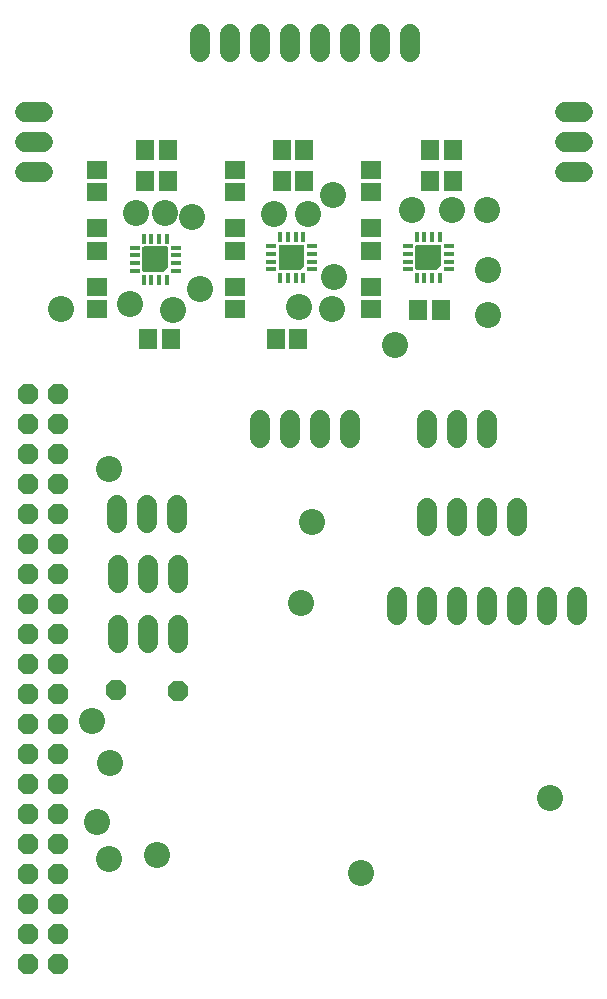
<source format=gbr>
G04 EAGLE Gerber RS-274X export*
G75*
%MOMM*%
%FSLAX34Y34*%
%LPD*%
%INSoldermask Bottom*%
%IPPOS*%
%AMOC8*
5,1,8,0,0,1.08239X$1,22.5*%
G01*
%ADD10R,1.703200X1.503200*%
%ADD11R,1.503200X1.703200*%
%ADD12R,0.400000X0.850000*%
%ADD13R,0.850000X0.400000*%
%ADD14P,1.869504X8X112.500000*%
%ADD15C,1.727200*%
%ADD16P,1.869504X8X22.500000*%
%ADD17C,2.203959*%

G36*
X386178Y628028D02*
X386178Y628028D01*
X386277Y628031D01*
X386335Y628048D01*
X386396Y628056D01*
X386488Y628092D01*
X386583Y628120D01*
X386635Y628150D01*
X386691Y628173D01*
X386771Y628231D01*
X386857Y628281D01*
X386932Y628347D01*
X386949Y628359D01*
X386956Y628369D01*
X386978Y628388D01*
X390153Y631563D01*
X390213Y631641D01*
X390281Y631713D01*
X390310Y631766D01*
X390347Y631814D01*
X390387Y631905D01*
X390435Y631991D01*
X390450Y632050D01*
X390474Y632106D01*
X390489Y632204D01*
X390514Y632299D01*
X390520Y632399D01*
X390524Y632420D01*
X390522Y632432D01*
X390524Y632460D01*
X390524Y648335D01*
X390509Y648453D01*
X390502Y648572D01*
X390489Y648610D01*
X390484Y648651D01*
X390441Y648761D01*
X390404Y648874D01*
X390382Y648909D01*
X390367Y648946D01*
X390298Y649042D01*
X390234Y649143D01*
X390204Y649171D01*
X390181Y649204D01*
X390089Y649280D01*
X390002Y649361D01*
X389967Y649381D01*
X389936Y649406D01*
X389828Y649457D01*
X389724Y649515D01*
X389684Y649525D01*
X389648Y649542D01*
X389531Y649564D01*
X389416Y649594D01*
X389356Y649598D01*
X389336Y649602D01*
X389315Y649600D01*
X389255Y649604D01*
X370205Y649604D01*
X370087Y649589D01*
X369968Y649582D01*
X369930Y649569D01*
X369889Y649564D01*
X369779Y649521D01*
X369666Y649484D01*
X369631Y649462D01*
X369594Y649447D01*
X369498Y649378D01*
X369397Y649314D01*
X369369Y649284D01*
X369336Y649261D01*
X369261Y649169D01*
X369179Y649082D01*
X369159Y649047D01*
X369134Y649016D01*
X369083Y648908D01*
X369025Y648804D01*
X369015Y648764D01*
X368998Y648728D01*
X368976Y648611D01*
X368946Y648496D01*
X368942Y648436D01*
X368938Y648416D01*
X368939Y648407D01*
X368938Y648404D01*
X368939Y648390D01*
X368936Y648335D01*
X368936Y629285D01*
X368951Y629167D01*
X368958Y629048D01*
X368971Y629010D01*
X368976Y628969D01*
X369019Y628859D01*
X369056Y628746D01*
X369078Y628711D01*
X369093Y628674D01*
X369163Y628578D01*
X369226Y628477D01*
X369256Y628449D01*
X369279Y628416D01*
X369371Y628341D01*
X369458Y628259D01*
X369493Y628239D01*
X369524Y628214D01*
X369632Y628163D01*
X369736Y628105D01*
X369776Y628095D01*
X369812Y628078D01*
X369929Y628056D01*
X370044Y628026D01*
X370105Y628022D01*
X370125Y628018D01*
X370145Y628020D01*
X370205Y628016D01*
X386080Y628016D01*
X386178Y628028D01*
G37*
G36*
X270608Y628028D02*
X270608Y628028D01*
X270707Y628031D01*
X270765Y628048D01*
X270826Y628056D01*
X270918Y628092D01*
X271013Y628120D01*
X271065Y628150D01*
X271121Y628173D01*
X271201Y628231D01*
X271287Y628281D01*
X271362Y628347D01*
X271379Y628359D01*
X271386Y628369D01*
X271408Y628388D01*
X274583Y631563D01*
X274643Y631641D01*
X274711Y631713D01*
X274740Y631766D01*
X274777Y631814D01*
X274817Y631905D01*
X274865Y631991D01*
X274880Y632050D01*
X274904Y632106D01*
X274919Y632204D01*
X274944Y632299D01*
X274950Y632399D01*
X274954Y632420D01*
X274952Y632432D01*
X274954Y632460D01*
X274954Y648335D01*
X274939Y648453D01*
X274932Y648572D01*
X274919Y648610D01*
X274914Y648651D01*
X274871Y648761D01*
X274834Y648874D01*
X274812Y648909D01*
X274797Y648946D01*
X274728Y649042D01*
X274664Y649143D01*
X274634Y649171D01*
X274611Y649204D01*
X274519Y649280D01*
X274432Y649361D01*
X274397Y649381D01*
X274366Y649406D01*
X274258Y649457D01*
X274154Y649515D01*
X274114Y649525D01*
X274078Y649542D01*
X273961Y649564D01*
X273846Y649594D01*
X273786Y649598D01*
X273766Y649602D01*
X273745Y649600D01*
X273685Y649604D01*
X254635Y649604D01*
X254517Y649589D01*
X254398Y649582D01*
X254360Y649569D01*
X254319Y649564D01*
X254209Y649521D01*
X254096Y649484D01*
X254061Y649462D01*
X254024Y649447D01*
X253928Y649378D01*
X253827Y649314D01*
X253799Y649284D01*
X253766Y649261D01*
X253691Y649169D01*
X253609Y649082D01*
X253589Y649047D01*
X253564Y649016D01*
X253513Y648908D01*
X253455Y648804D01*
X253445Y648764D01*
X253428Y648728D01*
X253406Y648611D01*
X253376Y648496D01*
X253372Y648436D01*
X253368Y648416D01*
X253369Y648407D01*
X253368Y648404D01*
X253369Y648390D01*
X253366Y648335D01*
X253366Y629285D01*
X253381Y629167D01*
X253388Y629048D01*
X253401Y629010D01*
X253406Y628969D01*
X253449Y628859D01*
X253486Y628746D01*
X253508Y628711D01*
X253523Y628674D01*
X253593Y628578D01*
X253656Y628477D01*
X253686Y628449D01*
X253709Y628416D01*
X253801Y628341D01*
X253888Y628259D01*
X253923Y628239D01*
X253954Y628214D01*
X254062Y628163D01*
X254166Y628105D01*
X254206Y628095D01*
X254242Y628078D01*
X254359Y628056D01*
X254474Y628026D01*
X254535Y628022D01*
X254555Y628018D01*
X254575Y628020D01*
X254635Y628016D01*
X270510Y628016D01*
X270608Y628028D01*
G37*
G36*
X155038Y626758D02*
X155038Y626758D01*
X155137Y626761D01*
X155195Y626778D01*
X155256Y626786D01*
X155348Y626822D01*
X155443Y626850D01*
X155495Y626880D01*
X155551Y626903D01*
X155631Y626961D01*
X155717Y627011D01*
X155792Y627077D01*
X155809Y627089D01*
X155816Y627099D01*
X155838Y627118D01*
X159013Y630293D01*
X159073Y630371D01*
X159141Y630443D01*
X159170Y630496D01*
X159207Y630544D01*
X159247Y630635D01*
X159295Y630721D01*
X159310Y630780D01*
X159334Y630836D01*
X159349Y630934D01*
X159374Y631029D01*
X159380Y631129D01*
X159384Y631150D01*
X159382Y631162D01*
X159384Y631190D01*
X159384Y647065D01*
X159369Y647183D01*
X159362Y647302D01*
X159349Y647340D01*
X159344Y647381D01*
X159301Y647491D01*
X159264Y647604D01*
X159242Y647639D01*
X159227Y647676D01*
X159158Y647772D01*
X159094Y647873D01*
X159064Y647901D01*
X159041Y647934D01*
X158949Y648010D01*
X158862Y648091D01*
X158827Y648111D01*
X158796Y648136D01*
X158688Y648187D01*
X158584Y648245D01*
X158544Y648255D01*
X158508Y648272D01*
X158391Y648294D01*
X158276Y648324D01*
X158216Y648328D01*
X158196Y648332D01*
X158175Y648330D01*
X158115Y648334D01*
X139065Y648334D01*
X138947Y648319D01*
X138828Y648312D01*
X138790Y648299D01*
X138749Y648294D01*
X138639Y648251D01*
X138526Y648214D01*
X138491Y648192D01*
X138454Y648177D01*
X138358Y648108D01*
X138257Y648044D01*
X138229Y648014D01*
X138196Y647991D01*
X138121Y647899D01*
X138039Y647812D01*
X138019Y647777D01*
X137994Y647746D01*
X137943Y647638D01*
X137885Y647534D01*
X137875Y647494D01*
X137858Y647458D01*
X137836Y647341D01*
X137806Y647226D01*
X137802Y647166D01*
X137798Y647146D01*
X137799Y647137D01*
X137798Y647134D01*
X137799Y647120D01*
X137796Y647065D01*
X137796Y628015D01*
X137811Y627897D01*
X137818Y627778D01*
X137831Y627740D01*
X137836Y627699D01*
X137879Y627589D01*
X137916Y627476D01*
X137938Y627441D01*
X137953Y627404D01*
X138023Y627308D01*
X138086Y627207D01*
X138116Y627179D01*
X138139Y627146D01*
X138231Y627071D01*
X138318Y626989D01*
X138353Y626969D01*
X138384Y626944D01*
X138492Y626893D01*
X138596Y626835D01*
X138636Y626825D01*
X138672Y626808D01*
X138789Y626786D01*
X138904Y626756D01*
X138965Y626752D01*
X138985Y626748D01*
X139005Y626750D01*
X139065Y626746D01*
X154940Y626746D01*
X155038Y626758D01*
G37*
D10*
X99060Y595020D03*
X99060Y614020D03*
D11*
X400660Y730250D03*
X381660Y730250D03*
X381660Y703580D03*
X400660Y703580D03*
X390500Y594360D03*
X371500Y594360D03*
X159360Y730250D03*
X140360Y730250D03*
X140360Y703580D03*
X159360Y703580D03*
X161900Y570230D03*
X142900Y570230D03*
D10*
X215900Y595020D03*
X215900Y614020D03*
D11*
X274930Y730250D03*
X255930Y730250D03*
X255930Y703580D03*
X274930Y703580D03*
X269850Y570230D03*
X250850Y570230D03*
D10*
X331470Y595020D03*
X331470Y614020D03*
D12*
X158340Y620290D03*
X151840Y620290D03*
X145340Y620290D03*
X138840Y620290D03*
D13*
X131340Y627790D03*
X131340Y634290D03*
X131340Y640790D03*
X131340Y647290D03*
D12*
X138840Y654790D03*
X145340Y654790D03*
X151840Y654790D03*
X158340Y654790D03*
D13*
X165840Y647290D03*
X165840Y640790D03*
X165840Y634290D03*
X165840Y627790D03*
D12*
X273910Y621560D03*
X267410Y621560D03*
X260910Y621560D03*
X254410Y621560D03*
D13*
X246910Y629060D03*
X246910Y635560D03*
X246910Y642060D03*
X246910Y648560D03*
D12*
X254410Y656060D03*
X260910Y656060D03*
X267410Y656060D03*
X273910Y656060D03*
D13*
X281410Y648560D03*
X281410Y642060D03*
X281410Y635560D03*
X281410Y629060D03*
D12*
X389480Y621560D03*
X382980Y621560D03*
X376480Y621560D03*
X369980Y621560D03*
D13*
X362480Y629060D03*
X362480Y635560D03*
X362480Y642060D03*
X362480Y648560D03*
D12*
X369980Y656060D03*
X376480Y656060D03*
X382980Y656060D03*
X389480Y656060D03*
D13*
X396980Y648560D03*
X396980Y642060D03*
X396980Y635560D03*
X396980Y629060D03*
D14*
X66040Y40640D03*
X40640Y40640D03*
X66040Y66040D03*
X40640Y66040D03*
X66040Y91440D03*
X40640Y91440D03*
X66040Y116840D03*
X40640Y116840D03*
X66040Y142240D03*
X40640Y142240D03*
X66040Y167640D03*
X40640Y167640D03*
X66040Y193040D03*
X40640Y193040D03*
X66040Y218440D03*
X40640Y218440D03*
X66040Y243840D03*
X40640Y243840D03*
X66040Y269240D03*
X40640Y269240D03*
X66040Y294640D03*
X40640Y294640D03*
X66040Y320040D03*
X40640Y320040D03*
X66040Y345440D03*
X40640Y345440D03*
X66040Y370840D03*
X40640Y370840D03*
X66040Y396240D03*
X40640Y396240D03*
X66040Y421640D03*
X40640Y421640D03*
X66040Y447040D03*
X40640Y447040D03*
X66040Y472440D03*
X40640Y472440D03*
X66040Y497840D03*
X40640Y497840D03*
X66040Y523240D03*
X40640Y523240D03*
D10*
X99060Y713080D03*
X99060Y694080D03*
X99060Y663550D03*
X99060Y644550D03*
X215900Y713080D03*
X215900Y694080D03*
X215900Y663550D03*
X215900Y644550D03*
X331470Y713080D03*
X331470Y694080D03*
X331470Y663550D03*
X331470Y644550D03*
D15*
X363982Y812800D02*
X363982Y828040D01*
X338582Y828040D02*
X338582Y812800D01*
X313182Y812800D02*
X313182Y828040D01*
X287782Y828040D02*
X287782Y812800D01*
X262382Y812800D02*
X262382Y828040D01*
X236982Y828040D02*
X236982Y812800D01*
X211582Y812800D02*
X211582Y828040D01*
X186182Y828040D02*
X186182Y812800D01*
X236982Y501650D02*
X236982Y486410D01*
X262382Y486410D02*
X262382Y501650D01*
X287782Y501650D02*
X287782Y486410D01*
X313182Y486410D02*
X313182Y501650D01*
X53340Y762000D02*
X38100Y762000D01*
X38100Y736600D02*
X53340Y736600D01*
X53340Y711200D02*
X38100Y711200D01*
X495300Y711200D02*
X510540Y711200D01*
X510540Y736600D02*
X495300Y736600D01*
X495300Y762000D02*
X510540Y762000D01*
X378460Y501650D02*
X378460Y486410D01*
X403860Y486410D02*
X403860Y501650D01*
X429260Y501650D02*
X429260Y486410D01*
X378460Y426720D02*
X378460Y411480D01*
X403860Y411480D02*
X403860Y426720D01*
X429260Y426720D02*
X429260Y411480D01*
X454660Y411480D02*
X454660Y426720D01*
X116840Y327660D02*
X116840Y312420D01*
X142240Y312420D02*
X142240Y327660D01*
X167640Y327660D02*
X167640Y312420D01*
X116840Y363220D02*
X116840Y378460D01*
X142240Y378460D02*
X142240Y363220D01*
X167640Y363220D02*
X167640Y378460D01*
X116332Y414020D02*
X116332Y429260D01*
X141732Y429260D02*
X141732Y414020D01*
X167132Y414020D02*
X167132Y429260D01*
D16*
X115570Y273050D03*
X167894Y271526D03*
D15*
X505460Y336550D02*
X505460Y351790D01*
X480060Y351790D02*
X480060Y336550D01*
X454660Y336550D02*
X454660Y351790D01*
X429260Y351790D02*
X429260Y336550D01*
X403860Y336550D02*
X403860Y351790D01*
X378460Y351790D02*
X378460Y336550D01*
X353060Y336550D02*
X353060Y351790D01*
D17*
X281051Y414909D03*
X149860Y133350D03*
X132080Y676910D03*
X186690Y612140D03*
X68580Y595630D03*
X400050Y679450D03*
X278130Y675640D03*
X156933Y676910D03*
X429260Y679450D03*
X351790Y565150D03*
X299114Y692150D03*
X127000Y599440D03*
X179734Y673100D03*
X248920Y675640D03*
X298450Y595630D03*
X430530Y628650D03*
X365760Y679450D03*
X430530Y590550D03*
X299720Y622300D03*
X270510Y596900D03*
X322580Y118110D03*
X482600Y181610D03*
X99060Y161290D03*
X95250Y246634D03*
X110490Y210820D03*
X271780Y346710D03*
X163830Y594360D03*
X109220Y459740D03*
X109220Y129540D03*
M02*

</source>
